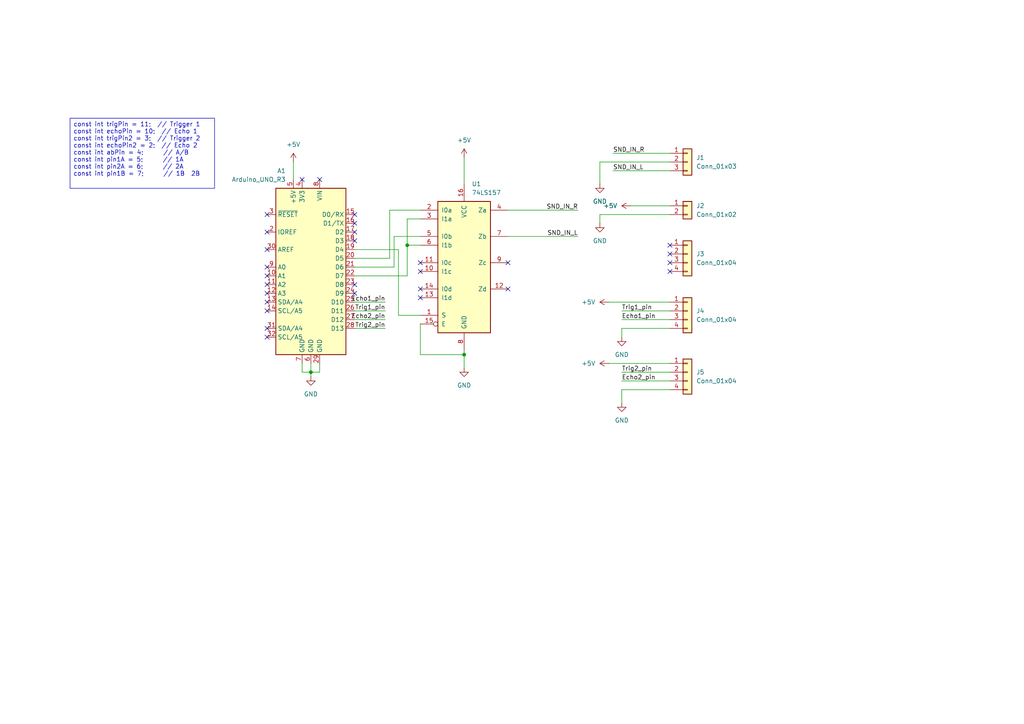
<source format=kicad_sch>
(kicad_sch
	(version 20231120)
	(generator "eeschema")
	(generator_version "8.0")
	(uuid "2cde39f2-4e6d-4084-890f-11ee70be59de")
	(paper "A4")
	(lib_symbols
		(symbol "74xx:74LS157"
			(pin_names
				(offset 1.016)
			)
			(exclude_from_sim no)
			(in_bom yes)
			(on_board yes)
			(property "Reference" "U"
				(at -7.62 19.05 0)
				(effects
					(font
						(size 1.27 1.27)
					)
				)
			)
			(property "Value" "74LS157"
				(at -7.62 -21.59 0)
				(effects
					(font
						(size 1.27 1.27)
					)
				)
			)
			(property "Footprint" ""
				(at 0 0 0)
				(effects
					(font
						(size 1.27 1.27)
					)
					(hide yes)
				)
			)
			(property "Datasheet" "http://www.ti.com/lit/gpn/sn74LS157"
				(at 0 0 0)
				(effects
					(font
						(size 1.27 1.27)
					)
					(hide yes)
				)
			)
			(property "Description" "Quad 2 to 1 line Multiplexer"
				(at 0 0 0)
				(effects
					(font
						(size 1.27 1.27)
					)
					(hide yes)
				)
			)
			(property "ki_locked" ""
				(at 0 0 0)
				(effects
					(font
						(size 1.27 1.27)
					)
				)
			)
			(property "ki_keywords" "TTL MUX MUX2"
				(at 0 0 0)
				(effects
					(font
						(size 1.27 1.27)
					)
					(hide yes)
				)
			)
			(property "ki_fp_filters" "DIP?16*"
				(at 0 0 0)
				(effects
					(font
						(size 1.27 1.27)
					)
					(hide yes)
				)
			)
			(symbol "74LS157_1_0"
				(pin input line
					(at -12.7 -15.24 0)
					(length 5.08)
					(name "S"
						(effects
							(font
								(size 1.27 1.27)
							)
						)
					)
					(number "1"
						(effects
							(font
								(size 1.27 1.27)
							)
						)
					)
				)
				(pin input line
					(at -12.7 -2.54 0)
					(length 5.08)
					(name "I1c"
						(effects
							(font
								(size 1.27 1.27)
							)
						)
					)
					(number "10"
						(effects
							(font
								(size 1.27 1.27)
							)
						)
					)
				)
				(pin input line
					(at -12.7 0 0)
					(length 5.08)
					(name "I0c"
						(effects
							(font
								(size 1.27 1.27)
							)
						)
					)
					(number "11"
						(effects
							(font
								(size 1.27 1.27)
							)
						)
					)
				)
				(pin output line
					(at 12.7 -7.62 180)
					(length 5.08)
					(name "Zd"
						(effects
							(font
								(size 1.27 1.27)
							)
						)
					)
					(number "12"
						(effects
							(font
								(size 1.27 1.27)
							)
						)
					)
				)
				(pin input line
					(at -12.7 -10.16 0)
					(length 5.08)
					(name "I1d"
						(effects
							(font
								(size 1.27 1.27)
							)
						)
					)
					(number "13"
						(effects
							(font
								(size 1.27 1.27)
							)
						)
					)
				)
				(pin input line
					(at -12.7 -7.62 0)
					(length 5.08)
					(name "I0d"
						(effects
							(font
								(size 1.27 1.27)
							)
						)
					)
					(number "14"
						(effects
							(font
								(size 1.27 1.27)
							)
						)
					)
				)
				(pin input inverted
					(at -12.7 -17.78 0)
					(length 5.08)
					(name "E"
						(effects
							(font
								(size 1.27 1.27)
							)
						)
					)
					(number "15"
						(effects
							(font
								(size 1.27 1.27)
							)
						)
					)
				)
				(pin power_in line
					(at 0 22.86 270)
					(length 5.08)
					(name "VCC"
						(effects
							(font
								(size 1.27 1.27)
							)
						)
					)
					(number "16"
						(effects
							(font
								(size 1.27 1.27)
							)
						)
					)
				)
				(pin input line
					(at -12.7 15.24 0)
					(length 5.08)
					(name "I0a"
						(effects
							(font
								(size 1.27 1.27)
							)
						)
					)
					(number "2"
						(effects
							(font
								(size 1.27 1.27)
							)
						)
					)
				)
				(pin input line
					(at -12.7 12.7 0)
					(length 5.08)
					(name "I1a"
						(effects
							(font
								(size 1.27 1.27)
							)
						)
					)
					(number "3"
						(effects
							(font
								(size 1.27 1.27)
							)
						)
					)
				)
				(pin output line
					(at 12.7 15.24 180)
					(length 5.08)
					(name "Za"
						(effects
							(font
								(size 1.27 1.27)
							)
						)
					)
					(number "4"
						(effects
							(font
								(size 1.27 1.27)
							)
						)
					)
				)
				(pin input line
					(at -12.7 7.62 0)
					(length 5.08)
					(name "I0b"
						(effects
							(font
								(size 1.27 1.27)
							)
						)
					)
					(number "5"
						(effects
							(font
								(size 1.27 1.27)
							)
						)
					)
				)
				(pin input line
					(at -12.7 5.08 0)
					(length 5.08)
					(name "I1b"
						(effects
							(font
								(size 1.27 1.27)
							)
						)
					)
					(number "6"
						(effects
							(font
								(size 1.27 1.27)
							)
						)
					)
				)
				(pin output line
					(at 12.7 7.62 180)
					(length 5.08)
					(name "Zb"
						(effects
							(font
								(size 1.27 1.27)
							)
						)
					)
					(number "7"
						(effects
							(font
								(size 1.27 1.27)
							)
						)
					)
				)
				(pin power_in line
					(at 0 -25.4 90)
					(length 5.08)
					(name "GND"
						(effects
							(font
								(size 1.27 1.27)
							)
						)
					)
					(number "8"
						(effects
							(font
								(size 1.27 1.27)
							)
						)
					)
				)
				(pin output line
					(at 12.7 0 180)
					(length 5.08)
					(name "Zc"
						(effects
							(font
								(size 1.27 1.27)
							)
						)
					)
					(number "9"
						(effects
							(font
								(size 1.27 1.27)
							)
						)
					)
				)
			)
			(symbol "74LS157_1_1"
				(rectangle
					(start -7.62 17.78)
					(end 7.62 -20.32)
					(stroke
						(width 0.254)
						(type default)
					)
					(fill
						(type background)
					)
				)
			)
		)
		(symbol "Connector_Generic:Conn_01x02"
			(pin_names
				(offset 1.016) hide)
			(exclude_from_sim no)
			(in_bom yes)
			(on_board yes)
			(property "Reference" "J"
				(at 0 2.54 0)
				(effects
					(font
						(size 1.27 1.27)
					)
				)
			)
			(property "Value" "Conn_01x02"
				(at 0 -5.08 0)
				(effects
					(font
						(size 1.27 1.27)
					)
				)
			)
			(property "Footprint" ""
				(at 0 0 0)
				(effects
					(font
						(size 1.27 1.27)
					)
					(hide yes)
				)
			)
			(property "Datasheet" "~"
				(at 0 0 0)
				(effects
					(font
						(size 1.27 1.27)
					)
					(hide yes)
				)
			)
			(property "Description" "Generic connector, single row, 01x02, script generated (kicad-library-utils/schlib/autogen/connector/)"
				(at 0 0 0)
				(effects
					(font
						(size 1.27 1.27)
					)
					(hide yes)
				)
			)
			(property "ki_keywords" "connector"
				(at 0 0 0)
				(effects
					(font
						(size 1.27 1.27)
					)
					(hide yes)
				)
			)
			(property "ki_fp_filters" "Connector*:*_1x??_*"
				(at 0 0 0)
				(effects
					(font
						(size 1.27 1.27)
					)
					(hide yes)
				)
			)
			(symbol "Conn_01x02_1_1"
				(rectangle
					(start -1.27 -2.413)
					(end 0 -2.667)
					(stroke
						(width 0.1524)
						(type default)
					)
					(fill
						(type none)
					)
				)
				(rectangle
					(start -1.27 0.127)
					(end 0 -0.127)
					(stroke
						(width 0.1524)
						(type default)
					)
					(fill
						(type none)
					)
				)
				(rectangle
					(start -1.27 1.27)
					(end 1.27 -3.81)
					(stroke
						(width 0.254)
						(type default)
					)
					(fill
						(type background)
					)
				)
				(pin passive line
					(at -5.08 0 0)
					(length 3.81)
					(name "Pin_1"
						(effects
							(font
								(size 1.27 1.27)
							)
						)
					)
					(number "1"
						(effects
							(font
								(size 1.27 1.27)
							)
						)
					)
				)
				(pin passive line
					(at -5.08 -2.54 0)
					(length 3.81)
					(name "Pin_2"
						(effects
							(font
								(size 1.27 1.27)
							)
						)
					)
					(number "2"
						(effects
							(font
								(size 1.27 1.27)
							)
						)
					)
				)
			)
		)
		(symbol "Connector_Generic:Conn_01x03"
			(pin_names
				(offset 1.016) hide)
			(exclude_from_sim no)
			(in_bom yes)
			(on_board yes)
			(property "Reference" "J"
				(at 0 5.08 0)
				(effects
					(font
						(size 1.27 1.27)
					)
				)
			)
			(property "Value" "Conn_01x03"
				(at 0 -5.08 0)
				(effects
					(font
						(size 1.27 1.27)
					)
				)
			)
			(property "Footprint" ""
				(at 0 0 0)
				(effects
					(font
						(size 1.27 1.27)
					)
					(hide yes)
				)
			)
			(property "Datasheet" "~"
				(at 0 0 0)
				(effects
					(font
						(size 1.27 1.27)
					)
					(hide yes)
				)
			)
			(property "Description" "Generic connector, single row, 01x03, script generated (kicad-library-utils/schlib/autogen/connector/)"
				(at 0 0 0)
				(effects
					(font
						(size 1.27 1.27)
					)
					(hide yes)
				)
			)
			(property "ki_keywords" "connector"
				(at 0 0 0)
				(effects
					(font
						(size 1.27 1.27)
					)
					(hide yes)
				)
			)
			(property "ki_fp_filters" "Connector*:*_1x??_*"
				(at 0 0 0)
				(effects
					(font
						(size 1.27 1.27)
					)
					(hide yes)
				)
			)
			(symbol "Conn_01x03_1_1"
				(rectangle
					(start -1.27 -2.413)
					(end 0 -2.667)
					(stroke
						(width 0.1524)
						(type default)
					)
					(fill
						(type none)
					)
				)
				(rectangle
					(start -1.27 0.127)
					(end 0 -0.127)
					(stroke
						(width 0.1524)
						(type default)
					)
					(fill
						(type none)
					)
				)
				(rectangle
					(start -1.27 2.667)
					(end 0 2.413)
					(stroke
						(width 0.1524)
						(type default)
					)
					(fill
						(type none)
					)
				)
				(rectangle
					(start -1.27 3.81)
					(end 1.27 -3.81)
					(stroke
						(width 0.254)
						(type default)
					)
					(fill
						(type background)
					)
				)
				(pin passive line
					(at -5.08 2.54 0)
					(length 3.81)
					(name "Pin_1"
						(effects
							(font
								(size 1.27 1.27)
							)
						)
					)
					(number "1"
						(effects
							(font
								(size 1.27 1.27)
							)
						)
					)
				)
				(pin passive line
					(at -5.08 0 0)
					(length 3.81)
					(name "Pin_2"
						(effects
							(font
								(size 1.27 1.27)
							)
						)
					)
					(number "2"
						(effects
							(font
								(size 1.27 1.27)
							)
						)
					)
				)
				(pin passive line
					(at -5.08 -2.54 0)
					(length 3.81)
					(name "Pin_3"
						(effects
							(font
								(size 1.27 1.27)
							)
						)
					)
					(number "3"
						(effects
							(font
								(size 1.27 1.27)
							)
						)
					)
				)
			)
		)
		(symbol "Connector_Generic:Conn_01x04"
			(pin_names
				(offset 1.016) hide)
			(exclude_from_sim no)
			(in_bom yes)
			(on_board yes)
			(property "Reference" "J"
				(at 0 5.08 0)
				(effects
					(font
						(size 1.27 1.27)
					)
				)
			)
			(property "Value" "Conn_01x04"
				(at 0 -7.62 0)
				(effects
					(font
						(size 1.27 1.27)
					)
				)
			)
			(property "Footprint" ""
				(at 0 0 0)
				(effects
					(font
						(size 1.27 1.27)
					)
					(hide yes)
				)
			)
			(property "Datasheet" "~"
				(at 0 0 0)
				(effects
					(font
						(size 1.27 1.27)
					)
					(hide yes)
				)
			)
			(property "Description" "Generic connector, single row, 01x04, script generated (kicad-library-utils/schlib/autogen/connector/)"
				(at 0 0 0)
				(effects
					(font
						(size 1.27 1.27)
					)
					(hide yes)
				)
			)
			(property "ki_keywords" "connector"
				(at 0 0 0)
				(effects
					(font
						(size 1.27 1.27)
					)
					(hide yes)
				)
			)
			(property "ki_fp_filters" "Connector*:*_1x??_*"
				(at 0 0 0)
				(effects
					(font
						(size 1.27 1.27)
					)
					(hide yes)
				)
			)
			(symbol "Conn_01x04_1_1"
				(rectangle
					(start -1.27 -4.953)
					(end 0 -5.207)
					(stroke
						(width 0.1524)
						(type default)
					)
					(fill
						(type none)
					)
				)
				(rectangle
					(start -1.27 -2.413)
					(end 0 -2.667)
					(stroke
						(width 0.1524)
						(type default)
					)
					(fill
						(type none)
					)
				)
				(rectangle
					(start -1.27 0.127)
					(end 0 -0.127)
					(stroke
						(width 0.1524)
						(type default)
					)
					(fill
						(type none)
					)
				)
				(rectangle
					(start -1.27 2.667)
					(end 0 2.413)
					(stroke
						(width 0.1524)
						(type default)
					)
					(fill
						(type none)
					)
				)
				(rectangle
					(start -1.27 3.81)
					(end 1.27 -6.35)
					(stroke
						(width 0.254)
						(type default)
					)
					(fill
						(type background)
					)
				)
				(pin passive line
					(at -5.08 2.54 0)
					(length 3.81)
					(name "Pin_1"
						(effects
							(font
								(size 1.27 1.27)
							)
						)
					)
					(number "1"
						(effects
							(font
								(size 1.27 1.27)
							)
						)
					)
				)
				(pin passive line
					(at -5.08 0 0)
					(length 3.81)
					(name "Pin_2"
						(effects
							(font
								(size 1.27 1.27)
							)
						)
					)
					(number "2"
						(effects
							(font
								(size 1.27 1.27)
							)
						)
					)
				)
				(pin passive line
					(at -5.08 -2.54 0)
					(length 3.81)
					(name "Pin_3"
						(effects
							(font
								(size 1.27 1.27)
							)
						)
					)
					(number "3"
						(effects
							(font
								(size 1.27 1.27)
							)
						)
					)
				)
				(pin passive line
					(at -5.08 -5.08 0)
					(length 3.81)
					(name "Pin_4"
						(effects
							(font
								(size 1.27 1.27)
							)
						)
					)
					(number "4"
						(effects
							(font
								(size 1.27 1.27)
							)
						)
					)
				)
			)
		)
		(symbol "MCU_Module:Arduino_UNO_R3"
			(exclude_from_sim no)
			(in_bom yes)
			(on_board yes)
			(property "Reference" "A"
				(at -10.16 23.495 0)
				(effects
					(font
						(size 1.27 1.27)
					)
					(justify left bottom)
				)
			)
			(property "Value" "Arduino_UNO_R3"
				(at 5.08 -26.67 0)
				(effects
					(font
						(size 1.27 1.27)
					)
					(justify left top)
				)
			)
			(property "Footprint" "Module:Arduino_UNO_R3"
				(at 0 0 0)
				(effects
					(font
						(size 1.27 1.27)
						(italic yes)
					)
					(hide yes)
				)
			)
			(property "Datasheet" "https://www.arduino.cc/en/Main/arduinoBoardUno"
				(at 0 0 0)
				(effects
					(font
						(size 1.27 1.27)
					)
					(hide yes)
				)
			)
			(property "Description" "Arduino UNO Microcontroller Module, release 3"
				(at 0 0 0)
				(effects
					(font
						(size 1.27 1.27)
					)
					(hide yes)
				)
			)
			(property "ki_keywords" "Arduino UNO R3 Microcontroller Module Atmel AVR USB"
				(at 0 0 0)
				(effects
					(font
						(size 1.27 1.27)
					)
					(hide yes)
				)
			)
			(property "ki_fp_filters" "Arduino*UNO*R3*"
				(at 0 0 0)
				(effects
					(font
						(size 1.27 1.27)
					)
					(hide yes)
				)
			)
			(symbol "Arduino_UNO_R3_0_1"
				(rectangle
					(start -10.16 22.86)
					(end 10.16 -25.4)
					(stroke
						(width 0.254)
						(type default)
					)
					(fill
						(type background)
					)
				)
			)
			(symbol "Arduino_UNO_R3_1_1"
				(pin no_connect line
					(at -10.16 -20.32 0)
					(length 2.54) hide
					(name "NC"
						(effects
							(font
								(size 1.27 1.27)
							)
						)
					)
					(number "1"
						(effects
							(font
								(size 1.27 1.27)
							)
						)
					)
				)
				(pin bidirectional line
					(at 12.7 -2.54 180)
					(length 2.54)
					(name "A1"
						(effects
							(font
								(size 1.27 1.27)
							)
						)
					)
					(number "10"
						(effects
							(font
								(size 1.27 1.27)
							)
						)
					)
				)
				(pin bidirectional line
					(at 12.7 -5.08 180)
					(length 2.54)
					(name "A2"
						(effects
							(font
								(size 1.27 1.27)
							)
						)
					)
					(number "11"
						(effects
							(font
								(size 1.27 1.27)
							)
						)
					)
				)
				(pin bidirectional line
					(at 12.7 -7.62 180)
					(length 2.54)
					(name "A3"
						(effects
							(font
								(size 1.27 1.27)
							)
						)
					)
					(number "12"
						(effects
							(font
								(size 1.27 1.27)
							)
						)
					)
				)
				(pin bidirectional line
					(at 12.7 -10.16 180)
					(length 2.54)
					(name "SDA/A4"
						(effects
							(font
								(size 1.27 1.27)
							)
						)
					)
					(number "13"
						(effects
							(font
								(size 1.27 1.27)
							)
						)
					)
				)
				(pin bidirectional line
					(at 12.7 -12.7 180)
					(length 2.54)
					(name "SCL/A5"
						(effects
							(font
								(size 1.27 1.27)
							)
						)
					)
					(number "14"
						(effects
							(font
								(size 1.27 1.27)
							)
						)
					)
				)
				(pin bidirectional line
					(at -12.7 15.24 0)
					(length 2.54)
					(name "D0/RX"
						(effects
							(font
								(size 1.27 1.27)
							)
						)
					)
					(number "15"
						(effects
							(font
								(size 1.27 1.27)
							)
						)
					)
				)
				(pin bidirectional line
					(at -12.7 12.7 0)
					(length 2.54)
					(name "D1/TX"
						(effects
							(font
								(size 1.27 1.27)
							)
						)
					)
					(number "16"
						(effects
							(font
								(size 1.27 1.27)
							)
						)
					)
				)
				(pin bidirectional line
					(at -12.7 10.16 0)
					(length 2.54)
					(name "D2"
						(effects
							(font
								(size 1.27 1.27)
							)
						)
					)
					(number "17"
						(effects
							(font
								(size 1.27 1.27)
							)
						)
					)
				)
				(pin bidirectional line
					(at -12.7 7.62 0)
					(length 2.54)
					(name "D3"
						(effects
							(font
								(size 1.27 1.27)
							)
						)
					)
					(number "18"
						(effects
							(font
								(size 1.27 1.27)
							)
						)
					)
				)
				(pin bidirectional line
					(at -12.7 5.08 0)
					(length 2.54)
					(name "D4"
						(effects
							(font
								(size 1.27 1.27)
							)
						)
					)
					(number "19"
						(effects
							(font
								(size 1.27 1.27)
							)
						)
					)
				)
				(pin output line
					(at 12.7 10.16 180)
					(length 2.54)
					(name "IOREF"
						(effects
							(font
								(size 1.27 1.27)
							)
						)
					)
					(number "2"
						(effects
							(font
								(size 1.27 1.27)
							)
						)
					)
				)
				(pin bidirectional line
					(at -12.7 2.54 0)
					(length 2.54)
					(name "D5"
						(effects
							(font
								(size 1.27 1.27)
							)
						)
					)
					(number "20"
						(effects
							(font
								(size 1.27 1.27)
							)
						)
					)
				)
				(pin bidirectional line
					(at -12.7 0 0)
					(length 2.54)
					(name "D6"
						(effects
							(font
								(size 1.27 1.27)
							)
						)
					)
					(number "21"
						(effects
							(font
								(size 1.27 1.27)
							)
						)
					)
				)
				(pin bidirectional line
					(at -12.7 -2.54 0)
					(length 2.54)
					(name "D7"
						(effects
							(font
								(size 1.27 1.27)
							)
						)
					)
					(number "22"
						(effects
							(font
								(size 1.27 1.27)
							)
						)
					)
				)
				(pin bidirectional line
					(at -12.7 -5.08 0)
					(length 2.54)
					(name "D8"
						(effects
							(font
								(size 1.27 1.27)
							)
						)
					)
					(number "23"
						(effects
							(font
								(size 1.27 1.27)
							)
						)
					)
				)
				(pin bidirectional line
					(at -12.7 -7.62 0)
					(length 2.54)
					(name "D9"
						(effects
							(font
								(size 1.27 1.27)
							)
						)
					)
					(number "24"
						(effects
							(font
								(size 1.27 1.27)
							)
						)
					)
				)
				(pin bidirectional line
					(at -12.7 -10.16 0)
					(length 2.54)
					(name "D10"
						(effects
							(font
								(size 1.27 1.27)
							)
						)
					)
					(number "25"
						(effects
							(font
								(size 1.27 1.27)
							)
						)
					)
				)
				(pin bidirectional line
					(at -12.7 -12.7 0)
					(length 2.54)
					(name "D11"
						(effects
							(font
								(size 1.27 1.27)
							)
						)
					)
					(number "26"
						(effects
							(font
								(size 1.27 1.27)
							)
						)
					)
				)
				(pin bidirectional line
					(at -12.7 -15.24 0)
					(length 2.54)
					(name "D12"
						(effects
							(font
								(size 1.27 1.27)
							)
						)
					)
					(number "27"
						(effects
							(font
								(size 1.27 1.27)
							)
						)
					)
				)
				(pin bidirectional line
					(at -12.7 -17.78 0)
					(length 2.54)
					(name "D13"
						(effects
							(font
								(size 1.27 1.27)
							)
						)
					)
					(number "28"
						(effects
							(font
								(size 1.27 1.27)
							)
						)
					)
				)
				(pin power_in line
					(at -2.54 -27.94 90)
					(length 2.54)
					(name "GND"
						(effects
							(font
								(size 1.27 1.27)
							)
						)
					)
					(number "29"
						(effects
							(font
								(size 1.27 1.27)
							)
						)
					)
				)
				(pin input line
					(at 12.7 15.24 180)
					(length 2.54)
					(name "~{RESET}"
						(effects
							(font
								(size 1.27 1.27)
							)
						)
					)
					(number "3"
						(effects
							(font
								(size 1.27 1.27)
							)
						)
					)
				)
				(pin input line
					(at 12.7 5.08 180)
					(length 2.54)
					(name "AREF"
						(effects
							(font
								(size 1.27 1.27)
							)
						)
					)
					(number "30"
						(effects
							(font
								(size 1.27 1.27)
							)
						)
					)
				)
				(pin bidirectional line
					(at 12.7 -17.78 180)
					(length 2.54)
					(name "SDA/A4"
						(effects
							(font
								(size 1.27 1.27)
							)
						)
					)
					(number "31"
						(effects
							(font
								(size 1.27 1.27)
							)
						)
					)
				)
				(pin bidirectional line
					(at 12.7 -20.32 180)
					(length 2.54)
					(name "SCL/A5"
						(effects
							(font
								(size 1.27 1.27)
							)
						)
					)
					(number "32"
						(effects
							(font
								(size 1.27 1.27)
							)
						)
					)
				)
				(pin power_out line
					(at 2.54 25.4 270)
					(length 2.54)
					(name "3V3"
						(effects
							(font
								(size 1.27 1.27)
							)
						)
					)
					(number "4"
						(effects
							(font
								(size 1.27 1.27)
							)
						)
					)
				)
				(pin power_out line
					(at 5.08 25.4 270)
					(length 2.54)
					(name "+5V"
						(effects
							(font
								(size 1.27 1.27)
							)
						)
					)
					(number "5"
						(effects
							(font
								(size 1.27 1.27)
							)
						)
					)
				)
				(pin power_in line
					(at 0 -27.94 90)
					(length 2.54)
					(name "GND"
						(effects
							(font
								(size 1.27 1.27)
							)
						)
					)
					(number "6"
						(effects
							(font
								(size 1.27 1.27)
							)
						)
					)
				)
				(pin power_in line
					(at 2.54 -27.94 90)
					(length 2.54)
					(name "GND"
						(effects
							(font
								(size 1.27 1.27)
							)
						)
					)
					(number "7"
						(effects
							(font
								(size 1.27 1.27)
							)
						)
					)
				)
				(pin power_in line
					(at -2.54 25.4 270)
					(length 2.54)
					(name "VIN"
						(effects
							(font
								(size 1.27 1.27)
							)
						)
					)
					(number "8"
						(effects
							(font
								(size 1.27 1.27)
							)
						)
					)
				)
				(pin bidirectional line
					(at 12.7 0 180)
					(length 2.54)
					(name "A0"
						(effects
							(font
								(size 1.27 1.27)
							)
						)
					)
					(number "9"
						(effects
							(font
								(size 1.27 1.27)
							)
						)
					)
				)
			)
		)
		(symbol "power:+5V"
			(power)
			(pin_numbers hide)
			(pin_names
				(offset 0) hide)
			(exclude_from_sim no)
			(in_bom yes)
			(on_board yes)
			(property "Reference" "#PWR"
				(at 0 -3.81 0)
				(effects
					(font
						(size 1.27 1.27)
					)
					(hide yes)
				)
			)
			(property "Value" "+5V"
				(at 0 3.556 0)
				(effects
					(font
						(size 1.27 1.27)
					)
				)
			)
			(property "Footprint" ""
				(at 0 0 0)
				(effects
					(font
						(size 1.27 1.27)
					)
					(hide yes)
				)
			)
			(property "Datasheet" ""
				(at 0 0 0)
				(effects
					(font
						(size 1.27 1.27)
					)
					(hide yes)
				)
			)
			(property "Description" "Power symbol creates a global label with name \"+5V\""
				(at 0 0 0)
				(effects
					(font
						(size 1.27 1.27)
					)
					(hide yes)
				)
			)
			(property "ki_keywords" "global power"
				(at 0 0 0)
				(effects
					(font
						(size 1.27 1.27)
					)
					(hide yes)
				)
			)
			(symbol "+5V_0_1"
				(polyline
					(pts
						(xy -0.762 1.27) (xy 0 2.54)
					)
					(stroke
						(width 0)
						(type default)
					)
					(fill
						(type none)
					)
				)
				(polyline
					(pts
						(xy 0 0) (xy 0 2.54)
					)
					(stroke
						(width 0)
						(type default)
					)
					(fill
						(type none)
					)
				)
				(polyline
					(pts
						(xy 0 2.54) (xy 0.762 1.27)
					)
					(stroke
						(width 0)
						(type default)
					)
					(fill
						(type none)
					)
				)
			)
			(symbol "+5V_1_1"
				(pin power_in line
					(at 0 0 90)
					(length 0)
					(name "~"
						(effects
							(font
								(size 1.27 1.27)
							)
						)
					)
					(number "1"
						(effects
							(font
								(size 1.27 1.27)
							)
						)
					)
				)
			)
		)
		(symbol "power:GND"
			(power)
			(pin_numbers hide)
			(pin_names
				(offset 0) hide)
			(exclude_from_sim no)
			(in_bom yes)
			(on_board yes)
			(property "Reference" "#PWR"
				(at 0 -6.35 0)
				(effects
					(font
						(size 1.27 1.27)
					)
					(hide yes)
				)
			)
			(property "Value" "GND"
				(at 0 -3.81 0)
				(effects
					(font
						(size 1.27 1.27)
					)
				)
			)
			(property "Footprint" ""
				(at 0 0 0)
				(effects
					(font
						(size 1.27 1.27)
					)
					(hide yes)
				)
			)
			(property "Datasheet" ""
				(at 0 0 0)
				(effects
					(font
						(size 1.27 1.27)
					)
					(hide yes)
				)
			)
			(property "Description" "Power symbol creates a global label with name \"GND\" , ground"
				(at 0 0 0)
				(effects
					(font
						(size 1.27 1.27)
					)
					(hide yes)
				)
			)
			(property "ki_keywords" "global power"
				(at 0 0 0)
				(effects
					(font
						(size 1.27 1.27)
					)
					(hide yes)
				)
			)
			(symbol "GND_0_1"
				(polyline
					(pts
						(xy 0 0) (xy 0 -1.27) (xy 1.27 -1.27) (xy 0 -2.54) (xy -1.27 -1.27) (xy 0 -1.27)
					)
					(stroke
						(width 0)
						(type default)
					)
					(fill
						(type none)
					)
				)
			)
			(symbol "GND_1_1"
				(pin power_in line
					(at 0 0 270)
					(length 0)
					(name "~"
						(effects
							(font
								(size 1.27 1.27)
							)
						)
					)
					(number "1"
						(effects
							(font
								(size 1.27 1.27)
							)
						)
					)
				)
			)
		)
	)
	(junction
		(at 134.62 102.87)
		(diameter 0)
		(color 0 0 0 0)
		(uuid "11b77408-12c9-4475-801b-6ad670eb4915")
	)
	(junction
		(at 118.11 71.12)
		(diameter 0)
		(color 0 0 0 0)
		(uuid "680e2414-3816-4bf9-9a43-d0159a7468be")
	)
	(junction
		(at 90.17 107.95)
		(diameter 0)
		(color 0 0 0 0)
		(uuid "b6a328ce-1282-420d-9bc7-47d5113eee8e")
	)
	(no_connect
		(at 77.47 77.47)
		(uuid "09dd1411-00a1-4e98-924e-78d8554e7df1")
	)
	(no_connect
		(at 77.47 87.63)
		(uuid "18730bff-c85c-42c4-9d4e-3cdccc51d762")
	)
	(no_connect
		(at 92.71 52.07)
		(uuid "18b61ce8-6ec8-40a0-8fe9-2a3219c66c6e")
	)
	(no_connect
		(at 102.87 64.77)
		(uuid "1944d00c-43ac-46af-a667-d63a1c350359")
	)
	(no_connect
		(at 194.31 78.74)
		(uuid "195359cb-7c05-4f76-87e1-5bf907d66230")
	)
	(no_connect
		(at 194.31 71.12)
		(uuid "31f0f666-cba7-42c7-b4ce-7298ae56e30a")
	)
	(no_connect
		(at 102.87 82.55)
		(uuid "34775814-9c4f-4937-b88f-ddab9a7ecb99")
	)
	(no_connect
		(at 77.47 67.31)
		(uuid "39da09d7-4bc9-4ec6-b1af-b7cad205cdab")
	)
	(no_connect
		(at 77.47 82.55)
		(uuid "3aa9b596-4a3d-4e8d-bd9d-73931122e12a")
	)
	(no_connect
		(at 121.92 86.36)
		(uuid "4100e702-9f7c-4c54-83ad-dbd21888db2d")
	)
	(no_connect
		(at 102.87 62.23)
		(uuid "50d2d601-1bdd-40a8-b045-20f207e96d71")
	)
	(no_connect
		(at 102.87 85.09)
		(uuid "50d9fc45-ed1f-448b-9524-de7650723973")
	)
	(no_connect
		(at 121.92 83.82)
		(uuid "50e5bab8-6d75-40b0-a679-e4ce1a7f3983")
	)
	(no_connect
		(at 77.47 62.23)
		(uuid "64ce6183-3dc1-4206-b67e-0965980f15d4")
	)
	(no_connect
		(at 87.63 52.07)
		(uuid "67533ea1-1a7f-4ca9-a71b-cf7593cae246")
	)
	(no_connect
		(at 102.87 67.31)
		(uuid "67e6ce18-e6fe-42b8-84c8-94e4767a46c3")
	)
	(no_connect
		(at 77.47 95.25)
		(uuid "863588d3-6e6c-410b-a47c-4f02084174f1")
	)
	(no_connect
		(at 147.32 76.2)
		(uuid "8e972c8b-bc13-43b1-be5d-ed3c760fd35a")
	)
	(no_connect
		(at 121.92 76.2)
		(uuid "b7636bcc-3366-40f7-936d-fe011f0dc6e6")
	)
	(no_connect
		(at 121.92 78.74)
		(uuid "bf62281b-cb00-46eb-b2e9-bf11e7533c3d")
	)
	(no_connect
		(at 77.47 80.01)
		(uuid "c0365242-62c2-446a-a71f-5a4b3150ffed")
	)
	(no_connect
		(at 102.87 69.85)
		(uuid "d4708422-173d-4e5c-bb50-48ade2d87587")
	)
	(no_connect
		(at 147.32 83.82)
		(uuid "d8d64ff9-77e1-4a31-a9ab-7474a5b6fe58")
	)
	(no_connect
		(at 77.47 72.39)
		(uuid "d97bc25c-f5a3-4a43-8f63-e44c95f679de")
	)
	(no_connect
		(at 77.47 85.09)
		(uuid "e1733454-1e36-4e07-9177-4d816171ca9d")
	)
	(no_connect
		(at 194.31 76.2)
		(uuid "e2b14d58-f2ae-4455-9203-db594ca02132")
	)
	(no_connect
		(at 77.47 97.79)
		(uuid "e95b2183-4182-41c2-9be1-4d15656a6838")
	)
	(no_connect
		(at 194.31 73.66)
		(uuid "fa8b8469-a9b6-4168-852b-9f5254055ab9")
	)
	(no_connect
		(at 77.47 90.17)
		(uuid "fca1e45e-f51d-421f-b8fd-c7d37c43299b")
	)
	(wire
		(pts
			(xy 134.62 101.6) (xy 134.62 102.87)
		)
		(stroke
			(width 0)
			(type default)
		)
		(uuid "0141a83b-1b08-4d3d-b144-6320a32288a5")
	)
	(wire
		(pts
			(xy 102.87 80.01) (xy 118.11 80.01)
		)
		(stroke
			(width 0)
			(type default)
		)
		(uuid "0290076e-730c-4864-a19f-e1657bd4a519")
	)
	(wire
		(pts
			(xy 180.34 90.17) (xy 194.31 90.17)
		)
		(stroke
			(width 0)
			(type default)
		)
		(uuid "09450765-42c1-4418-9a9a-6016e0a4f8f0")
	)
	(wire
		(pts
			(xy 118.11 63.5) (xy 121.92 63.5)
		)
		(stroke
			(width 0)
			(type default)
		)
		(uuid "0a089f8a-8673-46d2-bac8-217ebc3fb444")
	)
	(wire
		(pts
			(xy 147.32 60.96) (xy 167.64 60.96)
		)
		(stroke
			(width 0)
			(type default)
		)
		(uuid "0d282242-f4d2-46e0-a345-aa5bdcf3a23b")
	)
	(wire
		(pts
			(xy 115.57 91.44) (xy 121.92 91.44)
		)
		(stroke
			(width 0)
			(type default)
		)
		(uuid "10dc010a-fb7e-4b52-81a3-37191c378ae3")
	)
	(wire
		(pts
			(xy 87.63 107.95) (xy 90.17 107.95)
		)
		(stroke
			(width 0)
			(type default)
		)
		(uuid "119beca8-0bf4-430e-ac9f-fa9707e35659")
	)
	(wire
		(pts
			(xy 102.87 72.39) (xy 115.57 72.39)
		)
		(stroke
			(width 0)
			(type default)
		)
		(uuid "13addf12-a105-40fe-b768-890b9c1fc12a")
	)
	(wire
		(pts
			(xy 118.11 71.12) (xy 121.92 71.12)
		)
		(stroke
			(width 0)
			(type default)
		)
		(uuid "1799ebd9-bcbb-4e42-8ae0-73df96d32fa9")
	)
	(wire
		(pts
			(xy 92.71 105.41) (xy 92.71 107.95)
		)
		(stroke
			(width 0)
			(type default)
		)
		(uuid "1fd0db93-c0f3-4339-bb6c-7ad97363e460")
	)
	(wire
		(pts
			(xy 177.8 44.45) (xy 194.31 44.45)
		)
		(stroke
			(width 0)
			(type default)
		)
		(uuid "243b4ce8-4d01-4db0-8745-8ba14df90715")
	)
	(wire
		(pts
			(xy 173.99 46.99) (xy 194.31 46.99)
		)
		(stroke
			(width 0)
			(type default)
		)
		(uuid "26f0ea60-66f0-45aa-94bd-836c887e1a77")
	)
	(wire
		(pts
			(xy 102.87 74.93) (xy 113.03 74.93)
		)
		(stroke
			(width 0)
			(type default)
		)
		(uuid "2a7e6888-9d90-467b-9966-7e5fdc6abab4")
	)
	(wire
		(pts
			(xy 118.11 80.01) (xy 118.11 71.12)
		)
		(stroke
			(width 0)
			(type default)
		)
		(uuid "2eec0bc4-d931-44c1-8850-fd7ffb993371")
	)
	(wire
		(pts
			(xy 121.92 102.87) (xy 134.62 102.87)
		)
		(stroke
			(width 0)
			(type default)
		)
		(uuid "32f1a8b4-4d36-46d8-a71d-8690036d1479")
	)
	(wire
		(pts
			(xy 180.34 95.25) (xy 194.31 95.25)
		)
		(stroke
			(width 0)
			(type default)
		)
		(uuid "341f9b95-a3fc-442f-8ae1-4b5d53fca173")
	)
	(wire
		(pts
			(xy 113.03 60.96) (xy 121.92 60.96)
		)
		(stroke
			(width 0)
			(type default)
		)
		(uuid "3b26a9db-ff4d-4c3f-8599-2994f70b4007")
	)
	(wire
		(pts
			(xy 102.87 92.71) (xy 111.76 92.71)
		)
		(stroke
			(width 0)
			(type default)
		)
		(uuid "422c83ef-9b7e-400d-a9c2-a29b5779ed35")
	)
	(wire
		(pts
			(xy 180.34 92.71) (xy 194.31 92.71)
		)
		(stroke
			(width 0)
			(type default)
		)
		(uuid "4a5e18df-668b-496f-b1df-ce5e06127885")
	)
	(wire
		(pts
			(xy 118.11 71.12) (xy 118.11 63.5)
		)
		(stroke
			(width 0)
			(type default)
		)
		(uuid "4c2ede89-79c2-4400-b61b-b0ba9e4c5e6b")
	)
	(wire
		(pts
			(xy 173.99 62.23) (xy 173.99 64.77)
		)
		(stroke
			(width 0)
			(type default)
		)
		(uuid "51202374-691a-4447-9254-40eb29748ce6")
	)
	(wire
		(pts
			(xy 194.31 113.03) (xy 180.34 113.03)
		)
		(stroke
			(width 0)
			(type default)
		)
		(uuid "53abd65e-b42c-42d8-a97e-90f311251490")
	)
	(wire
		(pts
			(xy 102.87 90.17) (xy 111.76 90.17)
		)
		(stroke
			(width 0)
			(type default)
		)
		(uuid "56571acb-c32f-4ca8-82b3-a99bc1b578b6")
	)
	(wire
		(pts
			(xy 102.87 77.47) (xy 114.3 77.47)
		)
		(stroke
			(width 0)
			(type default)
		)
		(uuid "5ba8f487-4864-4041-abba-14ff1d8f7792")
	)
	(wire
		(pts
			(xy 173.99 62.23) (xy 194.31 62.23)
		)
		(stroke
			(width 0)
			(type default)
		)
		(uuid "632964f9-3f63-4cef-961a-cd68775e50c8")
	)
	(wire
		(pts
			(xy 114.3 68.58) (xy 121.92 68.58)
		)
		(stroke
			(width 0)
			(type default)
		)
		(uuid "63f69929-63c9-418b-ac2a-aae88ed80393")
	)
	(wire
		(pts
			(xy 134.62 45.72) (xy 134.62 53.34)
		)
		(stroke
			(width 0)
			(type default)
		)
		(uuid "641a8c03-8187-4df2-b2ca-12d66724c56f")
	)
	(wire
		(pts
			(xy 182.88 59.69) (xy 194.31 59.69)
		)
		(stroke
			(width 0)
			(type default)
		)
		(uuid "644be95a-6467-493d-a861-5a8e3b4ae8b9")
	)
	(wire
		(pts
			(xy 102.87 87.63) (xy 111.76 87.63)
		)
		(stroke
			(width 0)
			(type default)
		)
		(uuid "6a954731-7bd7-4e20-9a9e-2c4dd9ed73f6")
	)
	(wire
		(pts
			(xy 113.03 74.93) (xy 113.03 60.96)
		)
		(stroke
			(width 0)
			(type default)
		)
		(uuid "90d9c6c2-9dfa-4d3f-abd0-da19a838a32b")
	)
	(wire
		(pts
			(xy 147.32 68.58) (xy 167.64 68.58)
		)
		(stroke
			(width 0)
			(type default)
		)
		(uuid "929822aa-72a4-4455-b586-f56f5e0a1313")
	)
	(wire
		(pts
			(xy 180.34 95.25) (xy 180.34 97.79)
		)
		(stroke
			(width 0)
			(type default)
		)
		(uuid "9f0d7a5d-3359-4b8a-88e3-4160068d1909")
	)
	(wire
		(pts
			(xy 177.8 49.53) (xy 194.31 49.53)
		)
		(stroke
			(width 0)
			(type default)
		)
		(uuid "a7f422df-1f90-4f7f-b824-49c4bb0aed4e")
	)
	(wire
		(pts
			(xy 90.17 105.41) (xy 90.17 107.95)
		)
		(stroke
			(width 0)
			(type default)
		)
		(uuid "ab57abf8-3fc0-4d91-91b9-d1dab78ce24e")
	)
	(wire
		(pts
			(xy 92.71 107.95) (xy 90.17 107.95)
		)
		(stroke
			(width 0)
			(type default)
		)
		(uuid "b331d1eb-e3ca-43cd-a67b-147c931bc0e1")
	)
	(wire
		(pts
			(xy 114.3 77.47) (xy 114.3 68.58)
		)
		(stroke
			(width 0)
			(type default)
		)
		(uuid "b338216b-b185-4e77-b76e-bb01eb6f9ed5")
	)
	(wire
		(pts
			(xy 176.53 105.41) (xy 194.31 105.41)
		)
		(stroke
			(width 0)
			(type default)
		)
		(uuid "b37fc5ef-ee5e-46fe-a4ed-bc6c33dea685")
	)
	(wire
		(pts
			(xy 180.34 113.03) (xy 180.34 116.84)
		)
		(stroke
			(width 0)
			(type default)
		)
		(uuid "c25e48d5-522d-4207-bbb5-94a118d2b474")
	)
	(wire
		(pts
			(xy 115.57 72.39) (xy 115.57 91.44)
		)
		(stroke
			(width 0)
			(type default)
		)
		(uuid "c2e3788c-83c5-49ca-947a-6f5812c57bee")
	)
	(wire
		(pts
			(xy 90.17 107.95) (xy 90.17 109.22)
		)
		(stroke
			(width 0)
			(type default)
		)
		(uuid "c9481484-368d-473e-817e-edeee8128411")
	)
	(wire
		(pts
			(xy 85.09 46.99) (xy 85.09 52.07)
		)
		(stroke
			(width 0)
			(type default)
		)
		(uuid "cc8753d3-1191-48f4-9106-89f7ec0bc6fb")
	)
	(wire
		(pts
			(xy 102.87 95.25) (xy 111.76 95.25)
		)
		(stroke
			(width 0)
			(type default)
		)
		(uuid "d8a216c1-c870-44de-8d1f-90ba3174cf4e")
	)
	(wire
		(pts
			(xy 173.99 53.34) (xy 173.99 46.99)
		)
		(stroke
			(width 0)
			(type default)
		)
		(uuid "de428ea2-9ab7-4d8f-9013-08c581c664c9")
	)
	(wire
		(pts
			(xy 176.53 87.63) (xy 194.31 87.63)
		)
		(stroke
			(width 0)
			(type default)
		)
		(uuid "df139940-83c4-4690-b4c3-3971ad685027")
	)
	(wire
		(pts
			(xy 180.34 110.49) (xy 194.31 110.49)
		)
		(stroke
			(width 0)
			(type default)
		)
		(uuid "e0b4603f-dcc0-4ac8-abdc-5c31b5bac9ba")
	)
	(wire
		(pts
			(xy 121.92 93.98) (xy 121.92 102.87)
		)
		(stroke
			(width 0)
			(type default)
		)
		(uuid "e781370e-392c-465c-a790-960ad7156a16")
	)
	(wire
		(pts
			(xy 87.63 105.41) (xy 87.63 107.95)
		)
		(stroke
			(width 0)
			(type default)
		)
		(uuid "ea418923-86cb-45f2-9284-920dea1045d5")
	)
	(wire
		(pts
			(xy 134.62 102.87) (xy 134.62 106.68)
		)
		(stroke
			(width 0)
			(type default)
		)
		(uuid "ee122936-d5e3-4c84-86e4-1f73a0ecf793")
	)
	(wire
		(pts
			(xy 180.34 107.95) (xy 194.31 107.95)
		)
		(stroke
			(width 0)
			(type default)
		)
		(uuid "f20f10b4-bda8-4179-b9d8-e728da148e05")
	)
	(text_box "const int trigPin = 11;  // Trigger 핀1\nconst int echoPin = 10;  // Echo 핀1\nconst int trigPin2 = 3;  // Trigger 핀2\nconst int echoPin2 = 2;  // Echo 핀2\nconst int abPin = 4;      // A/B 핀에 연결\nconst int pin1A = 5;      // 1A 핀에 연결\nconst int pin2A = 6;      // 2A 핀에 연결\nconst int pin1B = 7;      // 1B 및 2B 핀에 연결"
		(exclude_from_sim no)
		(at 20.32 34.29 0)
		(size 41.91 20.32)
		(stroke
			(width 0)
			(type default)
		)
		(fill
			(type none)
		)
		(effects
			(font
				(size 1.27 1.27)
			)
			(justify left top)
		)
		(uuid "da5bdbaf-f1df-4b40-90ea-b4ba7ba01d33")
	)
	(label "SND_IN_R"
		(at 177.8 44.45 0)
		(fields_autoplaced yes)
		(effects
			(font
				(size 1.27 1.27)
			)
			(justify left bottom)
		)
		(uuid "002966dc-6821-444b-84ea-f193c0edef2c")
	)
	(label "Trig2_pin"
		(at 111.76 95.25 180)
		(fields_autoplaced yes)
		(effects
			(font
				(size 1.27 1.27)
			)
			(justify right bottom)
		)
		(uuid "0a7783a2-03ad-4a34-b8e9-aaa2a9d2843a")
	)
	(label "Trig1_pin"
		(at 180.34 90.17 0)
		(fields_autoplaced yes)
		(effects
			(font
				(size 1.27 1.27)
			)
			(justify left bottom)
		)
		(uuid "0e622dd4-1f87-4a2e-941d-72ffc493169c")
	)
	(label "Echo1_pin"
		(at 180.34 92.71 0)
		(fields_autoplaced yes)
		(effects
			(font
				(size 1.27 1.27)
			)
			(justify left bottom)
		)
		(uuid "3e9fa847-a7d5-4dae-9197-a8cc9dfbb26e")
	)
	(label "Echo2_pin"
		(at 111.76 92.71 180)
		(fields_autoplaced yes)
		(effects
			(font
				(size 1.27 1.27)
			)
			(justify right bottom)
		)
		(uuid "4bd0de29-1407-4063-9693-4f8589551fc4")
	)
	(label "Trig1_pin"
		(at 111.76 90.17 180)
		(fields_autoplaced yes)
		(effects
			(font
				(size 1.27 1.27)
			)
			(justify right bottom)
		)
		(uuid "736d8b67-7fd0-4cdb-b3f6-51865813d445")
	)
	(label "SND_IN_L"
		(at 167.64 68.58 180)
		(fields_autoplaced yes)
		(effects
			(font
				(size 1.27 1.27)
			)
			(justify right bottom)
		)
		(uuid "80dbcf80-b65a-4b42-bb39-f4c7207220ad")
	)
	(label "Echo1_pin"
		(at 111.76 87.63 180)
		(fields_autoplaced yes)
		(effects
			(font
				(size 1.27 1.27)
			)
			(justify right bottom)
		)
		(uuid "8ecd747b-8f2d-4836-875d-babf6947bed2")
	)
	(label "SND_IN_R"
		(at 167.64 60.96 180)
		(fields_autoplaced yes)
		(effects
			(font
				(size 1.27 1.27)
			)
			(justify right bottom)
		)
		(uuid "9d2f765d-588a-4bb1-8d46-99b857f9329e")
	)
	(label "Echo2_pin"
		(at 180.34 110.49 0)
		(fields_autoplaced yes)
		(effects
			(font
				(size 1.27 1.27)
			)
			(justify left bottom)
		)
		(uuid "c5019a55-ca57-4520-9294-a74c4a4a535d")
	)
	(label "SND_IN_L"
		(at 177.8 49.53 0)
		(fields_autoplaced yes)
		(effects
			(font
				(size 1.27 1.27)
			)
			(justify left bottom)
		)
		(uuid "c8bb5560-a025-48b0-b244-129a5b569089")
	)
	(label "Trig2_pin"
		(at 180.34 107.95 0)
		(fields_autoplaced yes)
		(effects
			(font
				(size 1.27 1.27)
			)
			(justify left bottom)
		)
		(uuid "cd76d3e9-b6fb-40f7-adac-0d1ff141fc1f")
	)
	(symbol
		(lib_id "power:GND")
		(at 90.17 109.22 0)
		(unit 1)
		(exclude_from_sim no)
		(in_bom yes)
		(on_board yes)
		(dnp no)
		(fields_autoplaced yes)
		(uuid "018a2c34-c215-4733-a289-34a3f541753e")
		(property "Reference" "#PWR02"
			(at 90.17 115.57 0)
			(effects
				(font
					(size 1.27 1.27)
				)
				(hide yes)
			)
		)
		(property "Value" "GND"
			(at 90.17 114.3 0)
			(effects
				(font
					(size 1.27 1.27)
				)
			)
		)
		(property "Footprint" ""
			(at 90.17 109.22 0)
			(effects
				(font
					(size 1.27 1.27)
				)
				(hide yes)
			)
		)
		(property "Datasheet" ""
			(at 90.17 109.22 0)
			(effects
				(font
					(size 1.27 1.27)
				)
				(hide yes)
			)
		)
		(property "Description" "Power symbol creates a global label with name \"GND\" , ground"
			(at 90.17 109.22 0)
			(effects
				(font
					(size 1.27 1.27)
				)
				(hide yes)
			)
		)
		(pin "1"
			(uuid "6b449a76-945d-48c6-b0a2-d94312360e6f")
		)
		(instances
			(project ""
				(path "/2cde39f2-4e6d-4084-890f-11ee70be59de"
					(reference "#PWR02")
					(unit 1)
				)
			)
		)
	)
	(symbol
		(lib_id "MCU_Module:Arduino_UNO_R3")
		(at 90.17 77.47 0)
		(mirror y)
		(unit 1)
		(exclude_from_sim no)
		(in_bom yes)
		(on_board yes)
		(dnp no)
		(uuid "0332fcdf-982c-4e48-afab-c725696b75fb")
		(property "Reference" "A1"
			(at 82.8959 49.53 0)
			(effects
				(font
					(size 1.27 1.27)
				)
				(justify left)
			)
		)
		(property "Value" "Arduino_UNO_R3"
			(at 82.8959 52.07 0)
			(effects
				(font
					(size 1.27 1.27)
				)
				(justify left)
			)
		)
		(property "Footprint" "Module:Arduino_UNO_R3"
			(at 90.17 77.47 0)
			(effects
				(font
					(size 1.27 1.27)
					(italic yes)
				)
				(hide yes)
			)
		)
		(property "Datasheet" "https://www.arduino.cc/en/Main/arduinoBoardUno"
			(at 90.17 77.47 0)
			(effects
				(font
					(size 1.27 1.27)
				)
				(hide yes)
			)
		)
		(property "Description" "Arduino UNO Microcontroller Module, release 3"
			(at 90.17 77.47 0)
			(effects
				(font
					(size 1.27 1.27)
				)
				(hide yes)
			)
		)
		(pin "7"
			(uuid "d2c739d0-a70d-418c-add0-f08d6a1e85be")
		)
		(pin "23"
			(uuid "aa7544b3-d039-44a1-b97f-2f197a4a8139")
		)
		(pin "29"
			(uuid "6c2dcf73-06ac-4b6c-b7a8-7b8aaa88becb")
		)
		(pin "5"
			(uuid "7fc8ad4f-6328-4480-92ae-952ec0dc7f83")
		)
		(pin "10"
			(uuid "5338c2e9-3103-4e25-9b39-cc6e2787487e")
		)
		(pin "12"
			(uuid "ee926aee-52c1-4b01-aad5-a87818450d68")
		)
		(pin "19"
			(uuid "30444625-87de-48db-8020-9195fb56cb26")
		)
		(pin "15"
			(uuid "e101d960-8897-4303-8d84-f440cd773efb")
		)
		(pin "2"
			(uuid "0886958f-ff95-4125-92aa-00f5212a3ff3")
		)
		(pin "3"
			(uuid "41f8496c-917e-4ce3-96be-b98be2249c9e")
		)
		(pin "30"
			(uuid "b011ead1-e94c-4f4d-9566-87e2806bcd38")
		)
		(pin "6"
			(uuid "e66cf742-538b-40b0-a701-4a42a91b4d93")
		)
		(pin "21"
			(uuid "a22d71e2-4963-40f9-b081-79d34920623d")
		)
		(pin "17"
			(uuid "6a4024e3-8263-4c8e-b676-fb08f67aea37")
		)
		(pin "32"
			(uuid "98810ef0-9a12-4934-995a-2a7dc69ead7d")
		)
		(pin "24"
			(uuid "e280040d-92b4-4bd7-83a2-da8b565e77f6")
		)
		(pin "31"
			(uuid "7f79dbb0-8077-4874-880c-9af640315e8c")
		)
		(pin "26"
			(uuid "64360fe4-4a1a-4faa-9cd9-daa1a831f222")
		)
		(pin "8"
			(uuid "00af0fb3-4d89-4756-968b-da660e40ef82")
		)
		(pin "1"
			(uuid "69561dda-0938-44b4-9e54-c9329054c537")
		)
		(pin "4"
			(uuid "c80a193a-cf9f-4ade-9cb1-a870e0c93c31")
		)
		(pin "9"
			(uuid "07f7d66e-0282-4650-b7a1-d761d7a896d1")
		)
		(pin "13"
			(uuid "17ad68f1-2893-43b7-8a6f-76913b63c9ef")
		)
		(pin "11"
			(uuid "13e09146-f928-4bfd-8ad0-299a37492608")
		)
		(pin "28"
			(uuid "b17e3653-81a2-4b9e-9bc9-7a93b17679de")
		)
		(pin "20"
			(uuid "dd116ef7-8aeb-463f-92f9-6eebb100a523")
		)
		(pin "22"
			(uuid "bd3017bc-5045-491d-bf13-7b203ae46dc5")
		)
		(pin "25"
			(uuid "e650209c-706d-4833-9efb-4ef38b8d5e00")
		)
		(pin "16"
			(uuid "23b36a84-9742-4017-aa76-d6686e897018")
		)
		(pin "14"
			(uuid "627e5922-7fa2-4dae-91f1-372ff345d373")
		)
		(pin "18"
			(uuid "4256091d-120f-47c2-9917-066ea5946446")
		)
		(pin "27"
			(uuid "2b663db4-8668-4d72-a11c-7caf55a89166")
		)
		(instances
			(project ""
				(path "/2cde39f2-4e6d-4084-890f-11ee70be59de"
					(reference "A1")
					(unit 1)
				)
			)
		)
	)
	(symbol
		(lib_id "74xx:74LS157")
		(at 134.62 76.2 0)
		(unit 1)
		(exclude_from_sim no)
		(in_bom yes)
		(on_board yes)
		(dnp no)
		(fields_autoplaced yes)
		(uuid "0499fe8f-5d68-4612-8fe4-b71fd4d5ee89")
		(property "Reference" "U1"
			(at 136.8141 53.34 0)
			(effects
				(font
					(size 1.27 1.27)
				)
				(justify left)
			)
		)
		(property "Value" "74LS157"
			(at 136.8141 55.88 0)
			(effects
				(font
					(size 1.27 1.27)
				)
				(justify left)
			)
		)
		(property "Footprint" "Package_SO:SO-16_3.9x9.9mm_P1.27mm"
			(at 134.62 76.2 0)
			(effects
				(font
					(size 1.27 1.27)
				)
				(hide yes)
			)
		)
		(property "Datasheet" "http://www.ti.com/lit/gpn/sn74LS157"
			(at 134.62 76.2 0)
			(effects
				(font
					(size 1.27 1.27)
				)
				(hide yes)
			)
		)
		(property "Description" "Quad 2 to 1 line Multiplexer"
			(at 134.62 76.2 0)
			(effects
				(font
					(size 1.27 1.27)
				)
				(hide yes)
			)
		)
		(pin "10"
			(uuid "b29f1558-5ba8-4ae6-bd31-dad0ddec2c8e")
		)
		(pin "9"
			(uuid "1e1fa32d-af00-418c-81c2-9adee99e5092")
		)
		(pin "14"
			(uuid "7c126861-c0da-4c78-b783-7567e3de46f9")
		)
		(pin "11"
			(uuid "04a748a6-b0b3-488c-8f05-fc70614d52b5")
		)
		(pin "7"
			(uuid "bff779d2-a82a-4635-857e-84bafe0343fd")
		)
		(pin "5"
			(uuid "cbba7841-1708-43c1-a48a-bc01d12ca75b")
		)
		(pin "6"
			(uuid "19d6d977-8a5e-42be-a6a7-8cb29d9c1a40")
		)
		(pin "12"
			(uuid "9a4dcaac-ea5a-49c1-8c43-9cb7f357e28a")
		)
		(pin "15"
			(uuid "65202237-09d8-41b3-b340-c6d493e3feaf")
		)
		(pin "2"
			(uuid "7e5da850-a56d-46db-bd3e-6225ff3df5b2")
		)
		(pin "3"
			(uuid "5cbedee3-f707-4e5f-b437-4d7a1d1e7f91")
		)
		(pin "4"
			(uuid "c4ed7af2-1edf-4736-9845-b52d52291a09")
		)
		(pin "13"
			(uuid "cbfeb064-dbf2-44ec-82ca-835869d07f6a")
		)
		(pin "1"
			(uuid "555fd4de-35e4-416c-abaa-c3512b3cfd5f")
		)
		(pin "16"
			(uuid "fc9abb93-c35a-4d91-a248-85cf42d2754f")
		)
		(pin "8"
			(uuid "1cabc014-38a8-4fa6-9a42-85f30618bef6")
		)
		(instances
			(project ""
				(path "/2cde39f2-4e6d-4084-890f-11ee70be59de"
					(reference "U1")
					(unit 1)
				)
			)
		)
	)
	(symbol
		(lib_id "Connector_Generic:Conn_01x04")
		(at 199.39 73.66 0)
		(unit 1)
		(exclude_from_sim no)
		(in_bom yes)
		(on_board yes)
		(dnp no)
		(fields_autoplaced yes)
		(uuid "0d756c67-3c5a-4716-bf01-9a971f9d1388")
		(property "Reference" "J3"
			(at 201.93 73.6599 0)
			(effects
				(font
					(size 1.27 1.27)
				)
				(justify left)
			)
		)
		(property "Value" "Conn_01x04"
			(at 201.93 76.1999 0)
			(effects
				(font
					(size 1.27 1.27)
				)
				(justify left)
			)
		)
		(property "Footprint" "Connector_PinHeader_2.54mm:PinHeader_1x04_P2.54mm_Vertical"
			(at 199.39 73.66 0)
			(effects
				(font
					(size 1.27 1.27)
				)
				(hide yes)
			)
		)
		(property "Datasheet" "~"
			(at 199.39 73.66 0)
			(effects
				(font
					(size 1.27 1.27)
				)
				(hide yes)
			)
		)
		(property "Description" "Generic connector, single row, 01x04, script generated (kicad-library-utils/schlib/autogen/connector/)"
			(at 199.39 73.66 0)
			(effects
				(font
					(size 1.27 1.27)
				)
				(hide yes)
			)
		)
		(pin "4"
			(uuid "f843590a-2972-402f-acfe-26f767f3c595")
		)
		(pin "3"
			(uuid "426acfb4-2378-4eec-a358-be10c9b55a96")
		)
		(pin "1"
			(uuid "1fb7ca18-5748-4e78-b23f-a156fa027189")
		)
		(pin "2"
			(uuid "c200849a-e5ab-4aa1-9db9-034358592d74")
		)
		(instances
			(project ""
				(path "/2cde39f2-4e6d-4084-890f-11ee70be59de"
					(reference "J3")
					(unit 1)
				)
			)
		)
	)
	(symbol
		(lib_id "power:GND")
		(at 180.34 116.84 0)
		(unit 1)
		(exclude_from_sim no)
		(in_bom yes)
		(on_board yes)
		(dnp no)
		(fields_autoplaced yes)
		(uuid "295e059c-cebb-4f95-86dd-a0bcefe0820a")
		(property "Reference" "#PWR011"
			(at 180.34 123.19 0)
			(effects
				(font
					(size 1.27 1.27)
				)
				(hide yes)
			)
		)
		(property "Value" "GND"
			(at 180.34 121.92 0)
			(effects
				(font
					(size 1.27 1.27)
				)
			)
		)
		(property "Footprint" ""
			(at 180.34 116.84 0)
			(effects
				(font
					(size 1.27 1.27)
				)
				(hide yes)
			)
		)
		(property "Datasheet" ""
			(at 180.34 116.84 0)
			(effects
				(font
					(size 1.27 1.27)
				)
				(hide yes)
			)
		)
		(property "Description" "Power symbol creates a global label with name \"GND\" , ground"
			(at 180.34 116.84 0)
			(effects
				(font
					(size 1.27 1.27)
				)
				(hide yes)
			)
		)
		(pin "1"
			(uuid "38558a8b-d26b-4f2b-8f8c-d89fb34afb16")
		)
		(instances
			(project ""
				(path "/2cde39f2-4e6d-4084-890f-11ee70be59de"
					(reference "#PWR011")
					(unit 1)
				)
			)
		)
	)
	(symbol
		(lib_id "power:+5V")
		(at 182.88 59.69 90)
		(unit 1)
		(exclude_from_sim no)
		(in_bom yes)
		(on_board yes)
		(dnp no)
		(fields_autoplaced yes)
		(uuid "39d588bc-4fc6-4763-8def-df1b95f2159c")
		(property "Reference" "#PWR03"
			(at 186.69 59.69 0)
			(effects
				(font
					(size 1.27 1.27)
				)
				(hide yes)
			)
		)
		(property "Value" "+5V"
			(at 179.07 59.6899 90)
			(effects
				(font
					(size 1.27 1.27)
				)
				(justify left)
			)
		)
		(property "Footprint" ""
			(at 182.88 59.69 0)
			(effects
				(font
					(size 1.27 1.27)
				)
				(hide yes)
			)
		)
		(property "Datasheet" ""
			(at 182.88 59.69 0)
			(effects
				(font
					(size 1.27 1.27)
				)
				(hide yes)
			)
		)
		(property "Description" "Power symbol creates a global label with name \"+5V\""
			(at 182.88 59.69 0)
			(effects
				(font
					(size 1.27 1.27)
				)
				(hide yes)
			)
		)
		(pin "1"
			(uuid "b4a01484-c90d-487b-9989-2ceb515257a4")
		)
		(instances
			(project ""
				(path "/2cde39f2-4e6d-4084-890f-11ee70be59de"
					(reference "#PWR03")
					(unit 1)
				)
			)
		)
	)
	(symbol
		(lib_id "Connector_Generic:Conn_01x02")
		(at 199.39 59.69 0)
		(unit 1)
		(exclude_from_sim no)
		(in_bom yes)
		(on_board yes)
		(dnp no)
		(fields_autoplaced yes)
		(uuid "3e923198-088a-4797-952f-b95d89f91e7f")
		(property "Reference" "J2"
			(at 201.93 59.6899 0)
			(effects
				(font
					(size 1.27 1.27)
				)
				(justify left)
			)
		)
		(property "Value" "Conn_01x02"
			(at 201.93 62.2299 0)
			(effects
				(font
					(size 1.27 1.27)
				)
				(justify left)
			)
		)
		(property "Footprint" "Connector_PinHeader_2.54mm:PinHeader_1x02_P2.54mm_Vertical"
			(at 199.39 59.69 0)
			(effects
				(font
					(size 1.27 1.27)
				)
				(hide yes)
			)
		)
		(property "Datasheet" "~"
			(at 199.39 59.69 0)
			(effects
				(font
					(size 1.27 1.27)
				)
				(hide yes)
			)
		)
		(property "Description" "Generic connector, single row, 01x02, script generated (kicad-library-utils/schlib/autogen/connector/)"
			(at 199.39 59.69 0)
			(effects
				(font
					(size 1.27 1.27)
				)
				(hide yes)
			)
		)
		(pin "1"
			(uuid "32f1b2b6-07ef-4268-93a6-fa84cd047e26")
		)
		(pin "2"
			(uuid "3d8b433e-4885-49d6-aa54-c3ccae7b4168")
		)
		(instances
			(project ""
				(path "/2cde39f2-4e6d-4084-890f-11ee70be59de"
					(reference "J2")
					(unit 1)
				)
			)
		)
	)
	(symbol
		(lib_id "power:GND")
		(at 180.34 97.79 0)
		(unit 1)
		(exclude_from_sim no)
		(in_bom yes)
		(on_board yes)
		(dnp no)
		(fields_autoplaced yes)
		(uuid "4bb71850-5dee-446d-94af-e7f13eb3c98c")
		(property "Reference" "#PWR010"
			(at 180.34 104.14 0)
			(effects
				(font
					(size 1.27 1.27)
				)
				(hide yes)
			)
		)
		(property "Value" "GND"
			(at 180.34 102.87 0)
			(effects
				(font
					(size 1.27 1.27)
				)
			)
		)
		(property "Footprint" ""
			(at 180.34 97.79 0)
			(effects
				(font
					(size 1.27 1.27)
				)
				(hide yes)
			)
		)
		(property "Datasheet" ""
			(at 180.34 97.79 0)
			(effects
				(font
					(size 1.27 1.27)
				)
				(hide yes)
			)
		)
		(property "Description" "Power symbol creates a global label with name \"GND\" , ground"
			(at 180.34 97.79 0)
			(effects
				(font
					(size 1.27 1.27)
				)
				(hide yes)
			)
		)
		(pin "1"
			(uuid "3adeb6d9-d711-4778-b84f-3bd8f33e65cd")
		)
		(instances
			(project ""
				(path "/2cde39f2-4e6d-4084-890f-11ee70be59de"
					(reference "#PWR010")
					(unit 1)
				)
			)
		)
	)
	(symbol
		(lib_id "Connector_Generic:Conn_01x04")
		(at 199.39 107.95 0)
		(unit 1)
		(exclude_from_sim no)
		(in_bom yes)
		(on_board yes)
		(dnp no)
		(fields_autoplaced yes)
		(uuid "4d0b951a-5d96-4a98-b6f0-4ff060b77717")
		(property "Reference" "J5"
			(at 201.93 107.9499 0)
			(effects
				(font
					(size 1.27 1.27)
				)
				(justify left)
			)
		)
		(property "Value" "Conn_01x04"
			(at 201.93 110.4899 0)
			(effects
				(font
					(size 1.27 1.27)
				)
				(justify left)
			)
		)
		(property "Footprint" "Connector_PinHeader_2.54mm:PinHeader_1x04_P2.54mm_Vertical"
			(at 199.39 107.95 0)
			(effects
				(font
					(size 1.27 1.27)
				)
				(hide yes)
			)
		)
		(property "Datasheet" "~"
			(at 199.39 107.95 0)
			(effects
				(font
					(size 1.27 1.27)
				)
				(hide yes)
			)
		)
		(property "Description" "Generic connector, single row, 01x04, script generated (kicad-library-utils/schlib/autogen/connector/)"
			(at 199.39 107.95 0)
			(effects
				(font
					(size 1.27 1.27)
				)
				(hide yes)
			)
		)
		(pin "1"
			(uuid "c4dcfbfd-eb59-4336-8f81-fb21082f9007")
		)
		(pin "4"
			(uuid "be241df1-42f5-456d-ab0c-8e5abfd8b82f")
		)
		(pin "2"
			(uuid "22444fac-19b2-43a9-8f68-071977156f0d")
		)
		(pin "3"
			(uuid "873c0451-2ca3-4eff-acc0-eb047faade85")
		)
		(instances
			(project ""
				(path "/2cde39f2-4e6d-4084-890f-11ee70be59de"
					(reference "J5")
					(unit 1)
				)
			)
		)
	)
	(symbol
		(lib_id "power:GND")
		(at 134.62 106.68 0)
		(unit 1)
		(exclude_from_sim no)
		(in_bom yes)
		(on_board yes)
		(dnp no)
		(fields_autoplaced yes)
		(uuid "5894a07b-1206-473b-90c2-5b05c8be56d0")
		(property "Reference" "#PWR07"
			(at 134.62 113.03 0)
			(effects
				(font
					(size 1.27 1.27)
				)
				(hide yes)
			)
		)
		(property "Value" "GND"
			(at 134.62 111.76 0)
			(effects
				(font
					(size 1.27 1.27)
				)
			)
		)
		(property "Footprint" ""
			(at 134.62 106.68 0)
			(effects
				(font
					(size 1.27 1.27)
				)
				(hide yes)
			)
		)
		(property "Datasheet" ""
			(at 134.62 106.68 0)
			(effects
				(font
					(size 1.27 1.27)
				)
				(hide yes)
			)
		)
		(property "Description" "Power symbol creates a global label with name \"GND\" , ground"
			(at 134.62 106.68 0)
			(effects
				(font
					(size 1.27 1.27)
				)
				(hide yes)
			)
		)
		(pin "1"
			(uuid "08aea375-9d73-4238-ac46-20f1844b1fc5")
		)
		(instances
			(project ""
				(path "/2cde39f2-4e6d-4084-890f-11ee70be59de"
					(reference "#PWR07")
					(unit 1)
				)
			)
		)
	)
	(symbol
		(lib_id "Connector_Generic:Conn_01x04")
		(at 199.39 90.17 0)
		(unit 1)
		(exclude_from_sim no)
		(in_bom yes)
		(on_board yes)
		(dnp no)
		(fields_autoplaced yes)
		(uuid "6fd21fe9-a01a-4a66-87b9-48f2ef07f51e")
		(property "Reference" "J4"
			(at 201.93 90.1699 0)
			(effects
				(font
					(size 1.27 1.27)
				)
				(justify left)
			)
		)
		(property "Value" "Conn_01x04"
			(at 201.93 92.7099 0)
			(effects
				(font
					(size 1.27 1.27)
				)
				(justify left)
			)
		)
		(property "Footprint" "Connector_PinHeader_2.54mm:PinHeader_1x04_P2.54mm_Vertical"
			(at 199.39 90.17 0)
			(effects
				(font
					(size 1.27 1.27)
				)
				(hide yes)
			)
		)
		(property "Datasheet" "~"
			(at 199.39 90.17 0)
			(effects
				(font
					(size 1.27 1.27)
				)
				(hide yes)
			)
		)
		(property "Description" "Generic connector, single row, 01x04, script generated (kicad-library-utils/schlib/autogen/connector/)"
			(at 199.39 90.17 0)
			(effects
				(font
					(size 1.27 1.27)
				)
				(hide yes)
			)
		)
		(pin "2"
			(uuid "8a352e41-b7df-4421-b0e0-7681d88a07a4")
		)
		(pin "1"
			(uuid "e236f2dd-80d7-456d-913a-289237b455af")
		)
		(pin "3"
			(uuid "ef917014-70e6-43f1-8dc2-76c5f9119d94")
		)
		(pin "4"
			(uuid "732a8fc2-8296-4bf4-b759-5b9501dd3d17")
		)
		(instances
			(project ""
				(path "/2cde39f2-4e6d-4084-890f-11ee70be59de"
					(reference "J4")
					(unit 1)
				)
			)
		)
	)
	(symbol
		(lib_id "Connector_Generic:Conn_01x03")
		(at 199.39 46.99 0)
		(unit 1)
		(exclude_from_sim no)
		(in_bom yes)
		(on_board yes)
		(dnp no)
		(fields_autoplaced yes)
		(uuid "93e0824a-95e9-4139-af20-7a50cd35e67a")
		(property "Reference" "J1"
			(at 201.93 45.7199 0)
			(effects
				(font
					(size 1.27 1.27)
				)
				(justify left)
			)
		)
		(property "Value" "Conn_01x03"
			(at 201.93 48.2599 0)
			(effects
				(font
					(size 1.27 1.27)
				)
				(justify left)
			)
		)
		(property "Footprint" "Connector_PinHeader_2.54mm:PinHeader_1x03_P2.54mm_Vertical"
			(at 199.39 46.99 0)
			(effects
				(font
					(size 1.27 1.27)
				)
				(hide yes)
			)
		)
		(property "Datasheet" "~"
			(at 199.39 46.99 0)
			(effects
				(font
					(size 1.27 1.27)
				)
				(hide yes)
			)
		)
		(property "Description" "Generic connector, single row, 01x03, script generated (kicad-library-utils/schlib/autogen/connector/)"
			(at 199.39 46.99 0)
			(effects
				(font
					(size 1.27 1.27)
				)
				(hide yes)
			)
		)
		(pin "1"
			(uuid "b00ca3d4-805f-42a4-bed0-e77e2ad97b54")
		)
		(pin "2"
			(uuid "173346a1-441f-4af1-b4d3-6b1688b85d76")
		)
		(pin "3"
			(uuid "d41e8b4a-3caf-4a96-8545-75725103bab6")
		)
		(instances
			(project ""
				(path "/2cde39f2-4e6d-4084-890f-11ee70be59de"
					(reference "J1")
					(unit 1)
				)
			)
		)
	)
	(symbol
		(lib_id "power:+5V")
		(at 176.53 87.63 90)
		(unit 1)
		(exclude_from_sim no)
		(in_bom yes)
		(on_board yes)
		(dnp no)
		(fields_autoplaced yes)
		(uuid "99762d86-a859-46a9-856a-94a6bde7d140")
		(property "Reference" "#PWR08"
			(at 180.34 87.63 0)
			(effects
				(font
					(size 1.27 1.27)
				)
				(hide yes)
			)
		)
		(property "Value" "+5V"
			(at 172.72 87.6299 90)
			(effects
				(font
					(size 1.27 1.27)
				)
				(justify left)
			)
		)
		(property "Footprint" ""
			(at 176.53 87.63 0)
			(effects
				(font
					(size 1.27 1.27)
				)
				(hide yes)
			)
		)
		(property "Datasheet" ""
			(at 176.53 87.63 0)
			(effects
				(font
					(size 1.27 1.27)
				)
				(hide yes)
			)
		)
		(property "Description" "Power symbol creates a global label with name \"+5V\""
			(at 176.53 87.63 0)
			(effects
				(font
					(size 1.27 1.27)
				)
				(hide yes)
			)
		)
		(pin "1"
			(uuid "e9e06a4d-b7f4-43f2-9693-1258a3e84766")
		)
		(instances
			(project ""
				(path "/2cde39f2-4e6d-4084-890f-11ee70be59de"
					(reference "#PWR08")
					(unit 1)
				)
			)
		)
	)
	(symbol
		(lib_id "power:+5V")
		(at 176.53 105.41 90)
		(unit 1)
		(exclude_from_sim no)
		(in_bom yes)
		(on_board yes)
		(dnp no)
		(fields_autoplaced yes)
		(uuid "9d21a018-5185-4d4a-a3a9-4d91e23bcc6b")
		(property "Reference" "#PWR09"
			(at 180.34 105.41 0)
			(effects
				(font
					(size 1.27 1.27)
				)
				(hide yes)
			)
		)
		(property "Value" "+5V"
			(at 172.72 105.4099 90)
			(effects
				(font
					(size 1.27 1.27)
				)
				(justify left)
			)
		)
		(property "Footprint" ""
			(at 176.53 105.41 0)
			(effects
				(font
					(size 1.27 1.27)
				)
				(hide yes)
			)
		)
		(property "Datasheet" ""
			(at 176.53 105.41 0)
			(effects
				(font
					(size 1.27 1.27)
				)
				(hide yes)
			)
		)
		(property "Description" "Power symbol creates a global label with name \"+5V\""
			(at 176.53 105.41 0)
			(effects
				(font
					(size 1.27 1.27)
				)
				(hide yes)
			)
		)
		(pin "1"
			(uuid "a6b291ff-fc8b-4a69-812f-75a9362f5c55")
		)
		(instances
			(project ""
				(path "/2cde39f2-4e6d-4084-890f-11ee70be59de"
					(reference "#PWR09")
					(unit 1)
				)
			)
		)
	)
	(symbol
		(lib_id "power:+5V")
		(at 85.09 46.99 0)
		(unit 1)
		(exclude_from_sim no)
		(in_bom yes)
		(on_board yes)
		(dnp no)
		(fields_autoplaced yes)
		(uuid "b5ff1744-839b-4a52-b5fd-eaec53e82f02")
		(property "Reference" "#PWR05"
			(at 85.09 50.8 0)
			(effects
				(font
					(size 1.27 1.27)
				)
				(hide yes)
			)
		)
		(property "Value" "+5V"
			(at 85.09 41.91 0)
			(effects
				(font
					(size 1.27 1.27)
				)
			)
		)
		(property "Footprint" ""
			(at 85.09 46.99 0)
			(effects
				(font
					(size 1.27 1.27)
				)
				(hide yes)
			)
		)
		(property "Datasheet" ""
			(at 85.09 46.99 0)
			(effects
				(font
					(size 1.27 1.27)
				)
				(hide yes)
			)
		)
		(property "Description" "Power symbol creates a global label with name \"+5V\""
			(at 85.09 46.99 0)
			(effects
				(font
					(size 1.27 1.27)
				)
				(hide yes)
			)
		)
		(pin "1"
			(uuid "7e47b60e-588c-4db0-9867-2faecbb1232a")
		)
		(instances
			(project ""
				(path "/2cde39f2-4e6d-4084-890f-11ee70be59de"
					(reference "#PWR05")
					(unit 1)
				)
			)
		)
	)
	(symbol
		(lib_id "power:GND")
		(at 173.99 64.77 0)
		(unit 1)
		(exclude_from_sim no)
		(in_bom yes)
		(on_board yes)
		(dnp no)
		(fields_autoplaced yes)
		(uuid "bfeefb9a-16c7-4439-ac98-efd50ada68e2")
		(property "Reference" "#PWR04"
			(at 173.99 71.12 0)
			(effects
				(font
					(size 1.27 1.27)
				)
				(hide yes)
			)
		)
		(property "Value" "GND"
			(at 173.99 69.85 0)
			(effects
				(font
					(size 1.27 1.27)
				)
			)
		)
		(property "Footprint" ""
			(at 173.99 64.77 0)
			(effects
				(font
					(size 1.27 1.27)
				)
				(hide yes)
			)
		)
		(property "Datasheet" ""
			(at 173.99 64.77 0)
			(effects
				(font
					(size 1.27 1.27)
				)
				(hide yes)
			)
		)
		(property "Description" "Power symbol creates a global label with name \"GND\" , ground"
			(at 173.99 64.77 0)
			(effects
				(font
					(size 1.27 1.27)
				)
				(hide yes)
			)
		)
		(pin "1"
			(uuid "99fc6f63-0171-4454-b79b-7abc160067dc")
		)
		(instances
			(project ""
				(path "/2cde39f2-4e6d-4084-890f-11ee70be59de"
					(reference "#PWR04")
					(unit 1)
				)
			)
		)
	)
	(symbol
		(lib_id "power:GND")
		(at 173.99 53.34 0)
		(unit 1)
		(exclude_from_sim no)
		(in_bom yes)
		(on_board yes)
		(dnp no)
		(fields_autoplaced yes)
		(uuid "e4657db6-7c38-4983-9509-60e1c39ad770")
		(property "Reference" "#PWR01"
			(at 173.99 59.69 0)
			(effects
				(font
					(size 1.27 1.27)
				)
				(hide yes)
			)
		)
		(property "Value" "GND"
			(at 173.99 58.42 0)
			(effects
				(font
					(size 1.27 1.27)
				)
			)
		)
		(property "Footprint" ""
			(at 173.99 53.34 0)
			(effects
				(font
					(size 1.27 1.27)
				)
				(hide yes)
			)
		)
		(property "Datasheet" ""
			(at 173.99 53.34 0)
			(effects
				(font
					(size 1.27 1.27)
				)
				(hide yes)
			)
		)
		(property "Description" "Power symbol creates a global label with name \"GND\" , ground"
			(at 173.99 53.34 0)
			(effects
				(font
					(size 1.27 1.27)
				)
				(hide yes)
			)
		)
		(pin "1"
			(uuid "221888b8-fe41-43dc-ba46-de6d3ee1bda2")
		)
		(instances
			(project ""
				(path "/2cde39f2-4e6d-4084-890f-11ee70be59de"
					(reference "#PWR01")
					(unit 1)
				)
			)
		)
	)
	(symbol
		(lib_id "power:+5V")
		(at 134.62 45.72 0)
		(unit 1)
		(exclude_from_sim no)
		(in_bom yes)
		(on_board yes)
		(dnp no)
		(fields_autoplaced yes)
		(uuid "fdcf6c38-8a0b-46fa-9b72-af20d3aacc29")
		(property "Reference" "#PWR06"
			(at 134.62 49.53 0)
			(effects
				(font
					(size 1.27 1.27)
				)
				(hide yes)
			)
		)
		(property "Value" "+5V"
			(at 134.62 40.64 0)
			(effects
				(font
					(size 1.27 1.27)
				)
			)
		)
		(property "Footprint" ""
			(at 134.62 45.72 0)
			(effects
				(font
					(size 1.27 1.27)
				)
				(hide yes)
			)
		)
		(property "Datasheet" ""
			(at 134.62 45.72 0)
			(effects
				(font
					(size 1.27 1.27)
				)
				(hide yes)
			)
		)
		(property "Description" "Power symbol creates a global label with name \"+5V\""
			(at 134.62 45.72 0)
			(effects
				(font
					(size 1.27 1.27)
				)
				(hide yes)
			)
		)
		(pin "1"
			(uuid "76f283b9-a14e-4bae-8cbb-76835801bedf")
		)
		(instances
			(project ""
				(path "/2cde39f2-4e6d-4084-890f-11ee70be59de"
					(reference "#PWR06")
					(unit 1)
				)
			)
		)
	)
	(sheet_instances
		(path "/"
			(page "1")
		)
	)
)

</source>
